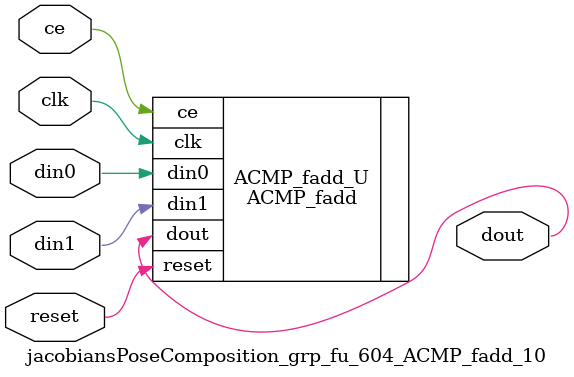
<source format=v>

`timescale 1 ns / 1 ps
module jacobiansPoseComposition_grp_fu_604_ACMP_fadd_10(
    clk,
    reset,
    ce,
    din0,
    din1,
    dout);

parameter ID = 32'd1;
parameter NUM_STAGE = 32'd1;
parameter din0_WIDTH = 32'd1;
parameter din1_WIDTH = 32'd1;
parameter dout_WIDTH = 32'd1;
input clk;
input reset;
input ce;
input[din0_WIDTH - 1:0] din0;
input[din1_WIDTH - 1:0] din1;
output[dout_WIDTH - 1:0] dout;



ACMP_fadd #(
.ID( ID ),
.NUM_STAGE( 4 ),
.din0_WIDTH( din0_WIDTH ),
.din1_WIDTH( din1_WIDTH ),
.dout_WIDTH( dout_WIDTH ))
ACMP_fadd_U(
    .clk( clk ),
    .reset( reset ),
    .ce( ce ),
    .din0( din0 ),
    .din1( din1 ),
    .dout( dout ));

endmodule

</source>
